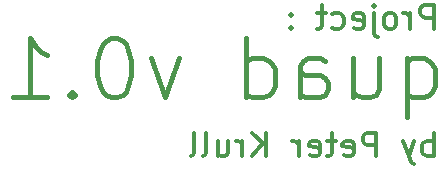
<source format=gbr>
%TF.GenerationSoftware,KiCad,Pcbnew,6.0.4*%
%TF.CreationDate,2022-04-24T20:11:58+02:00*%
%TF.ProjectId,main_pcb,6d61696e-5f70-4636-922e-6b696361645f,rev?*%
%TF.SameCoordinates,Original*%
%TF.FileFunction,Legend,Bot*%
%TF.FilePolarity,Positive*%
%FSLAX46Y46*%
G04 Gerber Fmt 4.6, Leading zero omitted, Abs format (unit mm)*
G04 Created by KiCad (PCBNEW 6.0.4) date 2022-04-24 20:11:58*
%MOMM*%
%LPD*%
G01*
G04 APERTURE LIST*
%ADD10C,0.300000*%
%ADD11C,0.400000*%
G04 APERTURE END LIST*
D10*
X170143809Y-104409761D02*
X170143809Y-102409761D01*
X169381904Y-102409761D01*
X169191428Y-102505000D01*
X169096190Y-102600238D01*
X169000952Y-102790714D01*
X169000952Y-103076428D01*
X169096190Y-103266904D01*
X169191428Y-103362142D01*
X169381904Y-103457380D01*
X170143809Y-103457380D01*
X168143809Y-104409761D02*
X168143809Y-103076428D01*
X168143809Y-103457380D02*
X168048571Y-103266904D01*
X167953333Y-103171666D01*
X167762857Y-103076428D01*
X167572380Y-103076428D01*
X166620000Y-104409761D02*
X166810476Y-104314523D01*
X166905714Y-104219285D01*
X167000952Y-104028809D01*
X167000952Y-103457380D01*
X166905714Y-103266904D01*
X166810476Y-103171666D01*
X166620000Y-103076428D01*
X166334285Y-103076428D01*
X166143809Y-103171666D01*
X166048571Y-103266904D01*
X165953333Y-103457380D01*
X165953333Y-104028809D01*
X166048571Y-104219285D01*
X166143809Y-104314523D01*
X166334285Y-104409761D01*
X166620000Y-104409761D01*
X165096190Y-103076428D02*
X165096190Y-104790714D01*
X165191428Y-104981190D01*
X165381904Y-105076428D01*
X165477142Y-105076428D01*
X165096190Y-102409761D02*
X165191428Y-102505000D01*
X165096190Y-102600238D01*
X165000952Y-102505000D01*
X165096190Y-102409761D01*
X165096190Y-102600238D01*
X163381904Y-104314523D02*
X163572380Y-104409761D01*
X163953333Y-104409761D01*
X164143809Y-104314523D01*
X164239047Y-104124047D01*
X164239047Y-103362142D01*
X164143809Y-103171666D01*
X163953333Y-103076428D01*
X163572380Y-103076428D01*
X163381904Y-103171666D01*
X163286666Y-103362142D01*
X163286666Y-103552619D01*
X164239047Y-103743095D01*
X161572380Y-104314523D02*
X161762857Y-104409761D01*
X162143809Y-104409761D01*
X162334285Y-104314523D01*
X162429523Y-104219285D01*
X162524761Y-104028809D01*
X162524761Y-103457380D01*
X162429523Y-103266904D01*
X162334285Y-103171666D01*
X162143809Y-103076428D01*
X161762857Y-103076428D01*
X161572380Y-103171666D01*
X161000952Y-103076428D02*
X160239047Y-103076428D01*
X160715238Y-102409761D02*
X160715238Y-104124047D01*
X160620000Y-104314523D01*
X160429523Y-104409761D01*
X160239047Y-104409761D01*
X158048571Y-104219285D02*
X157953333Y-104314523D01*
X158048571Y-104409761D01*
X158143809Y-104314523D01*
X158048571Y-104219285D01*
X158048571Y-104409761D01*
X158048571Y-103171666D02*
X157953333Y-103266904D01*
X158048571Y-103362142D01*
X158143809Y-103266904D01*
X158048571Y-103171666D01*
X158048571Y-103362142D01*
X170143809Y-115204761D02*
X170143809Y-113204761D01*
X170143809Y-113966666D02*
X169953333Y-113871428D01*
X169572380Y-113871428D01*
X169381904Y-113966666D01*
X169286666Y-114061904D01*
X169191428Y-114252380D01*
X169191428Y-114823809D01*
X169286666Y-115014285D01*
X169381904Y-115109523D01*
X169572380Y-115204761D01*
X169953333Y-115204761D01*
X170143809Y-115109523D01*
X168524761Y-113871428D02*
X168048571Y-115204761D01*
X167572380Y-113871428D02*
X168048571Y-115204761D01*
X168239047Y-115680952D01*
X168334285Y-115776190D01*
X168524761Y-115871428D01*
X165286666Y-115204761D02*
X165286666Y-113204761D01*
X164524761Y-113204761D01*
X164334285Y-113300000D01*
X164239047Y-113395238D01*
X164143809Y-113585714D01*
X164143809Y-113871428D01*
X164239047Y-114061904D01*
X164334285Y-114157142D01*
X164524761Y-114252380D01*
X165286666Y-114252380D01*
X162524761Y-115109523D02*
X162715238Y-115204761D01*
X163096190Y-115204761D01*
X163286666Y-115109523D01*
X163381904Y-114919047D01*
X163381904Y-114157142D01*
X163286666Y-113966666D01*
X163096190Y-113871428D01*
X162715238Y-113871428D01*
X162524761Y-113966666D01*
X162429523Y-114157142D01*
X162429523Y-114347619D01*
X163381904Y-114538095D01*
X161858095Y-113871428D02*
X161096190Y-113871428D01*
X161572380Y-113204761D02*
X161572380Y-114919047D01*
X161477142Y-115109523D01*
X161286666Y-115204761D01*
X161096190Y-115204761D01*
X159667619Y-115109523D02*
X159858095Y-115204761D01*
X160239047Y-115204761D01*
X160429523Y-115109523D01*
X160524761Y-114919047D01*
X160524761Y-114157142D01*
X160429523Y-113966666D01*
X160239047Y-113871428D01*
X159858095Y-113871428D01*
X159667619Y-113966666D01*
X159572380Y-114157142D01*
X159572380Y-114347619D01*
X160524761Y-114538095D01*
X158715238Y-115204761D02*
X158715238Y-113871428D01*
X158715238Y-114252380D02*
X158620000Y-114061904D01*
X158524761Y-113966666D01*
X158334285Y-113871428D01*
X158143809Y-113871428D01*
X155953333Y-115204761D02*
X155953333Y-113204761D01*
X154810476Y-115204761D02*
X155667619Y-114061904D01*
X154810476Y-113204761D02*
X155953333Y-114347619D01*
X153953333Y-115204761D02*
X153953333Y-113871428D01*
X153953333Y-114252380D02*
X153858095Y-114061904D01*
X153762857Y-113966666D01*
X153572380Y-113871428D01*
X153381904Y-113871428D01*
X151858095Y-113871428D02*
X151858095Y-115204761D01*
X152715238Y-113871428D02*
X152715238Y-114919047D01*
X152620000Y-115109523D01*
X152429523Y-115204761D01*
X152143809Y-115204761D01*
X151953333Y-115109523D01*
X151858095Y-115014285D01*
X150620000Y-115204761D02*
X150810476Y-115109523D01*
X150905714Y-114919047D01*
X150905714Y-113204761D01*
X149572380Y-115204761D02*
X149762857Y-115109523D01*
X149858095Y-114919047D01*
X149858095Y-113204761D01*
D11*
X167876190Y-106878571D02*
X167876190Y-111878571D01*
X167876190Y-109973809D02*
X168352380Y-110211904D01*
X169304761Y-110211904D01*
X169780952Y-109973809D01*
X170019047Y-109735714D01*
X170257142Y-109259523D01*
X170257142Y-107830952D01*
X170019047Y-107354761D01*
X169780952Y-107116666D01*
X169304761Y-106878571D01*
X168352380Y-106878571D01*
X167876190Y-107116666D01*
X163352380Y-106878571D02*
X163352380Y-110211904D01*
X165495238Y-106878571D02*
X165495238Y-109497619D01*
X165257142Y-109973809D01*
X164780952Y-110211904D01*
X164066666Y-110211904D01*
X163590476Y-109973809D01*
X163352380Y-109735714D01*
X158828571Y-110211904D02*
X158828571Y-107592857D01*
X159066666Y-107116666D01*
X159542857Y-106878571D01*
X160495238Y-106878571D01*
X160971428Y-107116666D01*
X158828571Y-109973809D02*
X159304761Y-110211904D01*
X160495238Y-110211904D01*
X160971428Y-109973809D01*
X161209523Y-109497619D01*
X161209523Y-109021428D01*
X160971428Y-108545238D01*
X160495238Y-108307142D01*
X159304761Y-108307142D01*
X158828571Y-108069047D01*
X154304761Y-110211904D02*
X154304761Y-105211904D01*
X154304761Y-109973809D02*
X154780952Y-110211904D01*
X155733333Y-110211904D01*
X156209523Y-109973809D01*
X156447619Y-109735714D01*
X156685714Y-109259523D01*
X156685714Y-107830952D01*
X156447619Y-107354761D01*
X156209523Y-107116666D01*
X155733333Y-106878571D01*
X154780952Y-106878571D01*
X154304761Y-107116666D01*
X148590476Y-106878571D02*
X147400000Y-110211904D01*
X146209523Y-106878571D01*
X143352380Y-105211904D02*
X142876190Y-105211904D01*
X142400000Y-105450000D01*
X142161904Y-105688095D01*
X141923809Y-106164285D01*
X141685714Y-107116666D01*
X141685714Y-108307142D01*
X141923809Y-109259523D01*
X142161904Y-109735714D01*
X142400000Y-109973809D01*
X142876190Y-110211904D01*
X143352380Y-110211904D01*
X143828571Y-109973809D01*
X144066666Y-109735714D01*
X144304761Y-109259523D01*
X144542857Y-108307142D01*
X144542857Y-107116666D01*
X144304761Y-106164285D01*
X144066666Y-105688095D01*
X143828571Y-105450000D01*
X143352380Y-105211904D01*
X139542857Y-109735714D02*
X139304761Y-109973809D01*
X139542857Y-110211904D01*
X139780952Y-109973809D01*
X139542857Y-109735714D01*
X139542857Y-110211904D01*
X134542857Y-110211904D02*
X137400000Y-110211904D01*
X135971428Y-110211904D02*
X135971428Y-105211904D01*
X136447619Y-105926190D01*
X136923809Y-106402380D01*
X137400000Y-106640476D01*
M02*

</source>
